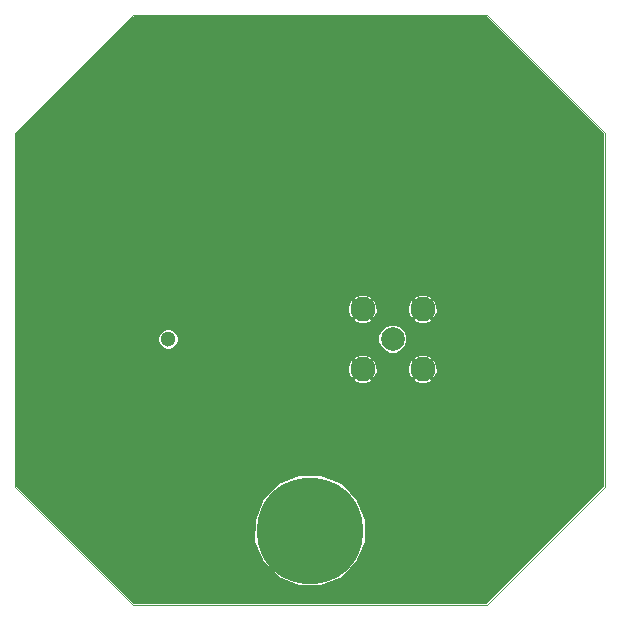
<source format=gbl>
G04 (created by PCBNEW (2013-09-06 BZR 4312)-stable) date K 23 okt   2013 23:04:12 EEST*
%MOIN*%
G04 Gerber Fmt 3.4, Leading zero omitted, Abs format*
%FSLAX34Y34*%
G01*
G70*
G90*
G04 APERTURE LIST*
%ADD10C,0.000787*%
%ADD11C,0.001000*%
%ADD12C,0.051181*%
%ADD13C,0.196850*%
%ADD14C,0.354331*%
%ADD15C,0.078740*%
%ADD16C,0.082677*%
%ADD17C,0.020000*%
%ADD18C,0.008000*%
%ADD19C,0.005000*%
G04 APERTURE END LIST*
G54D10*
G54D11*
X43307Y-55118D02*
X39370Y-51181D01*
X55118Y-55118D02*
X43307Y-55118D01*
X59055Y-51181D02*
X55118Y-55118D01*
X59055Y-39370D02*
X59055Y-51181D01*
X55118Y-35433D02*
X59055Y-39370D01*
X43307Y-35433D02*
X55118Y-35433D01*
X39370Y-39370D02*
X43307Y-35433D01*
X39370Y-51181D02*
X39370Y-39370D01*
G54D12*
X44488Y-46259D03*
G54D13*
X44094Y-37007D03*
X54330Y-37007D03*
X54330Y-53543D03*
X44094Y-53543D03*
G54D14*
X49212Y-52637D03*
G54D15*
X51968Y-46259D03*
G54D16*
X52968Y-45259D03*
X50968Y-45259D03*
X50968Y-47259D03*
X52968Y-47259D03*
G54D17*
X53740Y-46850D03*
X53740Y-46259D03*
X53740Y-45669D03*
X53740Y-45078D03*
X49015Y-45669D03*
X48425Y-45669D03*
X47834Y-45669D03*
X47244Y-45669D03*
X46653Y-45669D03*
X46062Y-45669D03*
X45472Y-45669D03*
X44881Y-45669D03*
X44291Y-45669D03*
X49606Y-45669D03*
X50196Y-45669D03*
X50196Y-46850D03*
X49606Y-46850D03*
X49015Y-46850D03*
X48425Y-46850D03*
X47834Y-46850D03*
X47244Y-46850D03*
X46653Y-46850D03*
X46062Y-46850D03*
X45472Y-46850D03*
X44881Y-46850D03*
X44291Y-46850D03*
X43897Y-46653D03*
X43897Y-46259D03*
X43897Y-45866D03*
X53740Y-47440D03*
X53543Y-47834D03*
X53149Y-48031D03*
X52559Y-48031D03*
X51968Y-48031D03*
X51377Y-48031D03*
X50787Y-48031D03*
X50393Y-47834D03*
X50196Y-47440D03*
X50393Y-44685D03*
X50196Y-45078D03*
X53543Y-44685D03*
X53149Y-44488D03*
X52559Y-44488D03*
X51968Y-44488D03*
X51377Y-44488D03*
X50787Y-44488D03*
X54330Y-54724D03*
X53543Y-54724D03*
X52755Y-54724D03*
X51968Y-54724D03*
X51181Y-54724D03*
X50393Y-54724D03*
X49606Y-54724D03*
X48818Y-54724D03*
X48031Y-54724D03*
X47244Y-54724D03*
X46456Y-54724D03*
X45669Y-54724D03*
X44881Y-54724D03*
X44094Y-54724D03*
X58661Y-50984D03*
X58267Y-51377D03*
X57874Y-51771D03*
X57480Y-52165D03*
X57086Y-52559D03*
X56692Y-52952D03*
X56299Y-53346D03*
X55905Y-53740D03*
X55511Y-54133D03*
X55118Y-54527D03*
X55118Y-36023D03*
X55511Y-36417D03*
X55905Y-36811D03*
X56299Y-37204D03*
X56692Y-37598D03*
X57086Y-37992D03*
X57480Y-38385D03*
X57874Y-38779D03*
X58267Y-39173D03*
X39763Y-50393D03*
X39763Y-49606D03*
X39763Y-48818D03*
X39763Y-48031D03*
X39763Y-47244D03*
X39763Y-46456D03*
X39763Y-45669D03*
X39763Y-44881D03*
X39763Y-44094D03*
X39763Y-43307D03*
X39763Y-42519D03*
X39763Y-41732D03*
X39763Y-40944D03*
X39763Y-40157D03*
X42322Y-53543D03*
X41732Y-52952D03*
X41141Y-52362D03*
X40551Y-51771D03*
X39960Y-51181D03*
X43503Y-35826D03*
X43110Y-36220D03*
X42716Y-36614D03*
X42322Y-37007D03*
X41929Y-37401D03*
X41535Y-37795D03*
X41141Y-38188D03*
X40748Y-38582D03*
X40354Y-38976D03*
X39960Y-39370D03*
X54330Y-35826D03*
X53543Y-35826D03*
X52755Y-35826D03*
X51968Y-35826D03*
X51181Y-35826D03*
X50393Y-35826D03*
X49606Y-35826D03*
X48818Y-35826D03*
X48031Y-35826D03*
X47244Y-35826D03*
X46456Y-35826D03*
X45669Y-35826D03*
X44881Y-35826D03*
X44094Y-35826D03*
X58661Y-39566D03*
X58661Y-50393D03*
X58661Y-49606D03*
X58661Y-48818D03*
X58661Y-48031D03*
X58661Y-47244D03*
X58661Y-46456D03*
X58661Y-45669D03*
X58661Y-44881D03*
X58661Y-44094D03*
X58661Y-43307D03*
X58661Y-42519D03*
X58661Y-41732D03*
X58661Y-40944D03*
X58661Y-40157D03*
X42716Y-53937D03*
X43110Y-54330D03*
X43503Y-54724D03*
G54D18*
X53740Y-46259D02*
X53740Y-45669D01*
X49015Y-45669D02*
X48425Y-45669D01*
X47834Y-45669D02*
X47244Y-45669D01*
X46653Y-45669D02*
X46062Y-45669D01*
X45472Y-45669D02*
X44881Y-45669D01*
X50196Y-45669D02*
X49606Y-45669D01*
X44094Y-46850D02*
X44291Y-46850D01*
X49015Y-46850D02*
X49606Y-46850D01*
X47834Y-46850D02*
X48425Y-46850D01*
X46653Y-46850D02*
X47244Y-46850D01*
X45472Y-46850D02*
X46062Y-46850D01*
X44291Y-46850D02*
X44881Y-46850D01*
X43897Y-46259D02*
X43897Y-46653D01*
X43897Y-46653D02*
X44094Y-46850D01*
X53346Y-48031D02*
X53543Y-47834D01*
X53149Y-48031D02*
X53346Y-48031D01*
X51968Y-48031D02*
X52559Y-48031D01*
X50787Y-48031D02*
X51377Y-48031D01*
X50196Y-47637D02*
X50393Y-47834D01*
X50196Y-47440D02*
X50196Y-47637D01*
X53740Y-47440D02*
X53740Y-46850D01*
X50590Y-44488D02*
X50787Y-44488D01*
X50590Y-44488D02*
X50393Y-44685D01*
X53543Y-44685D02*
X53740Y-44881D01*
X52559Y-44488D02*
X53149Y-44488D01*
X51377Y-44488D02*
X51968Y-44488D01*
X53740Y-45078D02*
X53740Y-44881D01*
X53740Y-44881D02*
X53740Y-45078D01*
X54330Y-54724D02*
X53543Y-54724D01*
X52755Y-54724D02*
X51968Y-54724D01*
X51181Y-54724D02*
X50393Y-54724D01*
X49606Y-54724D02*
X48818Y-54724D01*
X48031Y-54724D02*
X47244Y-54724D01*
X46456Y-54724D02*
X45669Y-54724D01*
X44881Y-54724D02*
X44094Y-54724D01*
X58661Y-50984D02*
X58267Y-51377D01*
X57874Y-51771D02*
X57480Y-52165D01*
X57086Y-52559D02*
X56692Y-52952D01*
X56299Y-53346D02*
X55905Y-53740D01*
X55511Y-54133D02*
X55118Y-54527D01*
X58661Y-39566D02*
X58267Y-39173D01*
X55118Y-36023D02*
X55511Y-36417D01*
X55905Y-36811D02*
X56299Y-37204D01*
X56692Y-37598D02*
X57086Y-37992D01*
X57480Y-38385D02*
X57874Y-38779D01*
X39763Y-39763D02*
X39763Y-39566D01*
X39763Y-49606D02*
X39763Y-48818D01*
X39763Y-48031D02*
X39763Y-47244D01*
X39763Y-46456D02*
X39763Y-45669D01*
X39763Y-44881D02*
X39763Y-44094D01*
X39763Y-43307D02*
X39763Y-42519D01*
X39763Y-41732D02*
X39763Y-40944D01*
X39763Y-40157D02*
X39763Y-39763D01*
X39763Y-50984D02*
X39960Y-51181D01*
X42322Y-53543D02*
X41732Y-52952D01*
X41141Y-52362D02*
X40551Y-51771D01*
X39763Y-50984D02*
X39763Y-50393D01*
X42716Y-36614D02*
X43110Y-36220D01*
X41929Y-37401D02*
X42322Y-37007D01*
X41141Y-38188D02*
X41535Y-37795D01*
X40354Y-38976D02*
X40748Y-38582D01*
X39763Y-39566D02*
X39960Y-39370D01*
X53543Y-35826D02*
X54330Y-35826D01*
X51968Y-35826D02*
X52755Y-35826D01*
X50393Y-35826D02*
X51181Y-35826D01*
X48818Y-35826D02*
X49606Y-35826D01*
X47244Y-35826D02*
X48031Y-35826D01*
X45669Y-35826D02*
X46456Y-35826D01*
X44094Y-35826D02*
X44881Y-35826D01*
X58661Y-49606D02*
X58661Y-50393D01*
X58661Y-48031D02*
X58661Y-48818D01*
X58661Y-46456D02*
X58661Y-47244D01*
X58661Y-44881D02*
X58661Y-45669D01*
X58661Y-43307D02*
X58661Y-44094D01*
X58661Y-41732D02*
X58661Y-42519D01*
X58661Y-40157D02*
X58661Y-40944D01*
X42716Y-53937D02*
X43110Y-54330D01*
G54D10*
G36*
X58975Y-51147D02*
X55084Y-55038D01*
X53457Y-55038D01*
X53457Y-47351D01*
X53457Y-45351D01*
X53455Y-45157D01*
X53385Y-44987D01*
X53324Y-44939D01*
X53289Y-44974D01*
X53289Y-44903D01*
X53240Y-44842D01*
X53060Y-44770D01*
X52866Y-44772D01*
X52696Y-44842D01*
X52647Y-44903D01*
X52968Y-45224D01*
X53289Y-44903D01*
X53289Y-44974D01*
X53003Y-45259D01*
X53324Y-45580D01*
X53385Y-45531D01*
X53457Y-45351D01*
X53457Y-47351D01*
X53455Y-47157D01*
X53385Y-46987D01*
X53324Y-46939D01*
X53289Y-46974D01*
X53289Y-46903D01*
X53289Y-45615D01*
X52968Y-45295D01*
X52933Y-45330D01*
X52933Y-45259D01*
X52612Y-44939D01*
X52551Y-44987D01*
X52479Y-45168D01*
X52481Y-45362D01*
X52551Y-45531D01*
X52612Y-45580D01*
X52933Y-45259D01*
X52933Y-45330D01*
X52647Y-45615D01*
X52696Y-45676D01*
X52876Y-45749D01*
X53070Y-45747D01*
X53240Y-45676D01*
X53289Y-45615D01*
X53289Y-46903D01*
X53240Y-46842D01*
X53060Y-46770D01*
X52866Y-46772D01*
X52696Y-46842D01*
X52647Y-46903D01*
X52968Y-47224D01*
X53289Y-46903D01*
X53289Y-46974D01*
X53003Y-47259D01*
X53324Y-47580D01*
X53385Y-47531D01*
X53457Y-47351D01*
X53457Y-55038D01*
X53289Y-55038D01*
X53289Y-47615D01*
X52968Y-47295D01*
X52933Y-47330D01*
X52933Y-47259D01*
X52612Y-46939D01*
X52551Y-46987D01*
X52479Y-47168D01*
X52481Y-47362D01*
X52551Y-47531D01*
X52612Y-47580D01*
X52933Y-47259D01*
X52933Y-47330D01*
X52647Y-47615D01*
X52696Y-47676D01*
X52876Y-47749D01*
X53070Y-47747D01*
X53240Y-47676D01*
X53289Y-47615D01*
X53289Y-55038D01*
X52447Y-55038D01*
X52447Y-46165D01*
X52374Y-45989D01*
X52240Y-45854D01*
X52064Y-45781D01*
X51873Y-45781D01*
X51697Y-45853D01*
X51562Y-45988D01*
X51489Y-46164D01*
X51489Y-46354D01*
X51562Y-46530D01*
X51696Y-46665D01*
X51872Y-46738D01*
X52063Y-46738D01*
X52239Y-46665D01*
X52374Y-46531D01*
X52447Y-46355D01*
X52447Y-46165D01*
X52447Y-55038D01*
X51457Y-55038D01*
X51457Y-47351D01*
X51457Y-45351D01*
X51455Y-45157D01*
X51385Y-44987D01*
X51324Y-44939D01*
X51289Y-44974D01*
X51289Y-44903D01*
X51240Y-44842D01*
X51060Y-44770D01*
X50866Y-44772D01*
X50696Y-44842D01*
X50647Y-44903D01*
X50968Y-45224D01*
X51289Y-44903D01*
X51289Y-44974D01*
X51003Y-45259D01*
X51324Y-45580D01*
X51385Y-45531D01*
X51457Y-45351D01*
X51457Y-47351D01*
X51455Y-47157D01*
X51385Y-46987D01*
X51324Y-46939D01*
X51289Y-46974D01*
X51289Y-46903D01*
X51289Y-45615D01*
X50968Y-45295D01*
X50933Y-45330D01*
X50933Y-45259D01*
X50612Y-44939D01*
X50551Y-44987D01*
X50479Y-45168D01*
X50481Y-45362D01*
X50551Y-45531D01*
X50612Y-45580D01*
X50933Y-45259D01*
X50933Y-45330D01*
X50647Y-45615D01*
X50696Y-45676D01*
X50876Y-45749D01*
X51070Y-45747D01*
X51240Y-45676D01*
X51289Y-45615D01*
X51289Y-46903D01*
X51240Y-46842D01*
X51060Y-46770D01*
X50866Y-46772D01*
X50696Y-46842D01*
X50647Y-46903D01*
X50968Y-47224D01*
X51289Y-46903D01*
X51289Y-46974D01*
X51003Y-47259D01*
X51324Y-47580D01*
X51385Y-47531D01*
X51457Y-47351D01*
X51457Y-55038D01*
X51289Y-55038D01*
X51289Y-47615D01*
X50968Y-47295D01*
X50933Y-47330D01*
X50933Y-47259D01*
X50612Y-46939D01*
X50551Y-46987D01*
X50479Y-47168D01*
X50481Y-47362D01*
X50551Y-47531D01*
X50612Y-47580D01*
X50933Y-47259D01*
X50933Y-47330D01*
X50647Y-47615D01*
X50696Y-47676D01*
X50876Y-47749D01*
X51070Y-47747D01*
X51240Y-47676D01*
X51289Y-47615D01*
X51289Y-55038D01*
X51069Y-55038D01*
X51069Y-52270D01*
X50787Y-51587D01*
X50265Y-51064D01*
X49583Y-50781D01*
X48844Y-50780D01*
X48162Y-51062D01*
X47639Y-51584D01*
X47356Y-52266D01*
X47355Y-53005D01*
X47637Y-53688D01*
X48159Y-54210D01*
X48841Y-54494D01*
X49580Y-54494D01*
X50262Y-54212D01*
X50785Y-53690D01*
X51068Y-53008D01*
X51069Y-52270D01*
X51069Y-55038D01*
X44829Y-55038D01*
X44829Y-46192D01*
X44777Y-46066D01*
X44681Y-45971D01*
X44556Y-45918D01*
X44420Y-45918D01*
X44295Y-45970D01*
X44199Y-46066D01*
X44147Y-46191D01*
X44147Y-46327D01*
X44199Y-46452D01*
X44294Y-46548D01*
X44420Y-46600D01*
X44555Y-46600D01*
X44681Y-46549D01*
X44777Y-46453D01*
X44829Y-46327D01*
X44829Y-46192D01*
X44829Y-55038D01*
X43340Y-55038D01*
X39450Y-51147D01*
X39450Y-39403D01*
X43340Y-35513D01*
X55084Y-35513D01*
X58975Y-39403D01*
X58975Y-51147D01*
X58975Y-51147D01*
G37*
G54D19*
X58975Y-51147D02*
X55084Y-55038D01*
X53457Y-55038D01*
X53457Y-47351D01*
X53457Y-45351D01*
X53455Y-45157D01*
X53385Y-44987D01*
X53324Y-44939D01*
X53289Y-44974D01*
X53289Y-44903D01*
X53240Y-44842D01*
X53060Y-44770D01*
X52866Y-44772D01*
X52696Y-44842D01*
X52647Y-44903D01*
X52968Y-45224D01*
X53289Y-44903D01*
X53289Y-44974D01*
X53003Y-45259D01*
X53324Y-45580D01*
X53385Y-45531D01*
X53457Y-45351D01*
X53457Y-47351D01*
X53455Y-47157D01*
X53385Y-46987D01*
X53324Y-46939D01*
X53289Y-46974D01*
X53289Y-46903D01*
X53289Y-45615D01*
X52968Y-45295D01*
X52933Y-45330D01*
X52933Y-45259D01*
X52612Y-44939D01*
X52551Y-44987D01*
X52479Y-45168D01*
X52481Y-45362D01*
X52551Y-45531D01*
X52612Y-45580D01*
X52933Y-45259D01*
X52933Y-45330D01*
X52647Y-45615D01*
X52696Y-45676D01*
X52876Y-45749D01*
X53070Y-45747D01*
X53240Y-45676D01*
X53289Y-45615D01*
X53289Y-46903D01*
X53240Y-46842D01*
X53060Y-46770D01*
X52866Y-46772D01*
X52696Y-46842D01*
X52647Y-46903D01*
X52968Y-47224D01*
X53289Y-46903D01*
X53289Y-46974D01*
X53003Y-47259D01*
X53324Y-47580D01*
X53385Y-47531D01*
X53457Y-47351D01*
X53457Y-55038D01*
X53289Y-55038D01*
X53289Y-47615D01*
X52968Y-47295D01*
X52933Y-47330D01*
X52933Y-47259D01*
X52612Y-46939D01*
X52551Y-46987D01*
X52479Y-47168D01*
X52481Y-47362D01*
X52551Y-47531D01*
X52612Y-47580D01*
X52933Y-47259D01*
X52933Y-47330D01*
X52647Y-47615D01*
X52696Y-47676D01*
X52876Y-47749D01*
X53070Y-47747D01*
X53240Y-47676D01*
X53289Y-47615D01*
X53289Y-55038D01*
X52447Y-55038D01*
X52447Y-46165D01*
X52374Y-45989D01*
X52240Y-45854D01*
X52064Y-45781D01*
X51873Y-45781D01*
X51697Y-45853D01*
X51562Y-45988D01*
X51489Y-46164D01*
X51489Y-46354D01*
X51562Y-46530D01*
X51696Y-46665D01*
X51872Y-46738D01*
X52063Y-46738D01*
X52239Y-46665D01*
X52374Y-46531D01*
X52447Y-46355D01*
X52447Y-46165D01*
X52447Y-55038D01*
X51457Y-55038D01*
X51457Y-47351D01*
X51457Y-45351D01*
X51455Y-45157D01*
X51385Y-44987D01*
X51324Y-44939D01*
X51289Y-44974D01*
X51289Y-44903D01*
X51240Y-44842D01*
X51060Y-44770D01*
X50866Y-44772D01*
X50696Y-44842D01*
X50647Y-44903D01*
X50968Y-45224D01*
X51289Y-44903D01*
X51289Y-44974D01*
X51003Y-45259D01*
X51324Y-45580D01*
X51385Y-45531D01*
X51457Y-45351D01*
X51457Y-47351D01*
X51455Y-47157D01*
X51385Y-46987D01*
X51324Y-46939D01*
X51289Y-46974D01*
X51289Y-46903D01*
X51289Y-45615D01*
X50968Y-45295D01*
X50933Y-45330D01*
X50933Y-45259D01*
X50612Y-44939D01*
X50551Y-44987D01*
X50479Y-45168D01*
X50481Y-45362D01*
X50551Y-45531D01*
X50612Y-45580D01*
X50933Y-45259D01*
X50933Y-45330D01*
X50647Y-45615D01*
X50696Y-45676D01*
X50876Y-45749D01*
X51070Y-45747D01*
X51240Y-45676D01*
X51289Y-45615D01*
X51289Y-46903D01*
X51240Y-46842D01*
X51060Y-46770D01*
X50866Y-46772D01*
X50696Y-46842D01*
X50647Y-46903D01*
X50968Y-47224D01*
X51289Y-46903D01*
X51289Y-46974D01*
X51003Y-47259D01*
X51324Y-47580D01*
X51385Y-47531D01*
X51457Y-47351D01*
X51457Y-55038D01*
X51289Y-55038D01*
X51289Y-47615D01*
X50968Y-47295D01*
X50933Y-47330D01*
X50933Y-47259D01*
X50612Y-46939D01*
X50551Y-46987D01*
X50479Y-47168D01*
X50481Y-47362D01*
X50551Y-47531D01*
X50612Y-47580D01*
X50933Y-47259D01*
X50933Y-47330D01*
X50647Y-47615D01*
X50696Y-47676D01*
X50876Y-47749D01*
X51070Y-47747D01*
X51240Y-47676D01*
X51289Y-47615D01*
X51289Y-55038D01*
X51069Y-55038D01*
X51069Y-52270D01*
X50787Y-51587D01*
X50265Y-51064D01*
X49583Y-50781D01*
X48844Y-50780D01*
X48162Y-51062D01*
X47639Y-51584D01*
X47356Y-52266D01*
X47355Y-53005D01*
X47637Y-53688D01*
X48159Y-54210D01*
X48841Y-54494D01*
X49580Y-54494D01*
X50262Y-54212D01*
X50785Y-53690D01*
X51068Y-53008D01*
X51069Y-52270D01*
X51069Y-55038D01*
X44829Y-55038D01*
X44829Y-46192D01*
X44777Y-46066D01*
X44681Y-45971D01*
X44556Y-45918D01*
X44420Y-45918D01*
X44295Y-45970D01*
X44199Y-46066D01*
X44147Y-46191D01*
X44147Y-46327D01*
X44199Y-46452D01*
X44294Y-46548D01*
X44420Y-46600D01*
X44555Y-46600D01*
X44681Y-46549D01*
X44777Y-46453D01*
X44829Y-46327D01*
X44829Y-46192D01*
X44829Y-55038D01*
X43340Y-55038D01*
X39450Y-51147D01*
X39450Y-39403D01*
X43340Y-35513D01*
X55084Y-35513D01*
X58975Y-39403D01*
X58975Y-51147D01*
M02*

</source>
